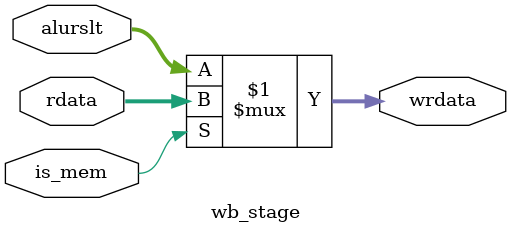
<source format=v>
module wb_stage(
				input wire 		   is_mem,
				input wire [31:0]  rdata,
				input wire [31:0]  alurslt,
				output wire [31:0] wrdata);

   
	assign wrdata = (is_mem) ? rdata : alurslt;

endmodule

</source>
